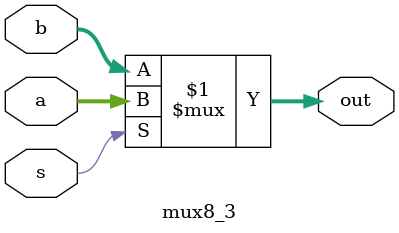
<source format=sv>
module mux8_3(input s, input [7:0] a, input [7:0] b, output [7:0] out);
  assign out = s ? a : b;
endmodule

</source>
